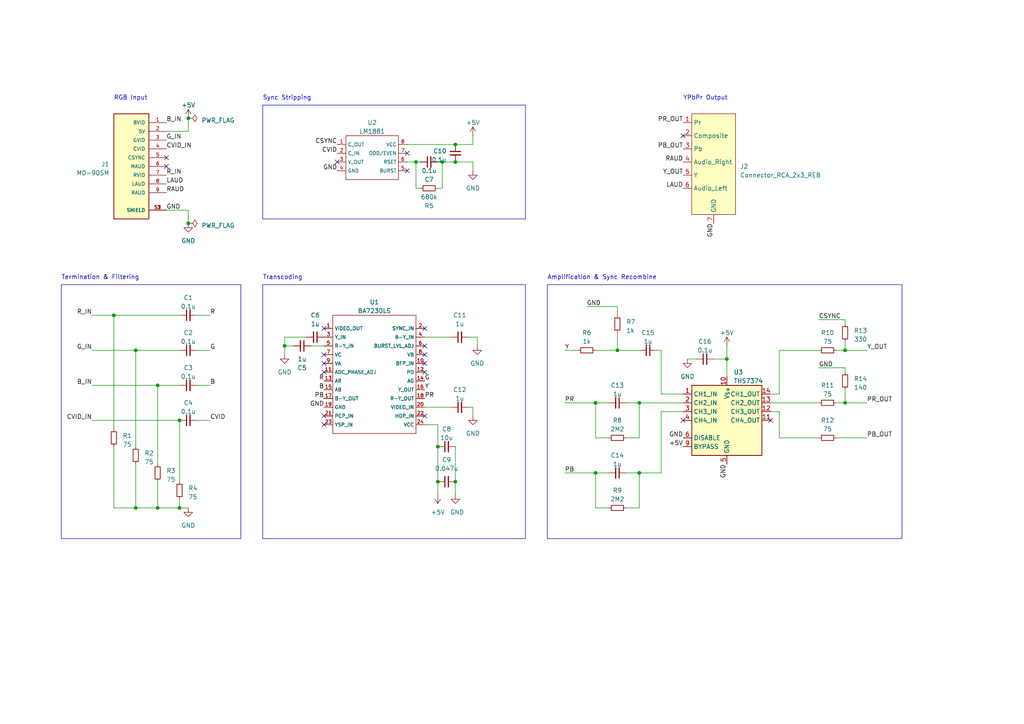
<source format=kicad_sch>
(kicad_sch (version 20230121) (generator eeschema)
  (paper "A4")
  (title_block (title "Dekkit RGB YUV Transcoder") (date "2023-04-05") (company "@partlyhuman"))
  (lib_symbols
    (symbol "Amplifier_Video:THS7374"
      (property "Reference" "U" (at -8.89 11.43 0))
      (property "Value" "THS7374" (at 5.08 11.43 0))
      (symbol "THS7374_0_1"
        (rectangle (start -10.16 10.16) (end 10.16 -10.16) (stroke (width 0.254)) (fill (type background)))
      )
      (symbol "THS7374_1_1"
        (pin input line (at -12.7 7.62 0) (length 2.54) (name "CH1_IN") (number "1"))
        (pin power_in line (at 0 12.7 270) (length 2.54) (name "V_{S+}") (number "10"))
        (pin output line (at 12.7 0 180) (length 2.54) (name "CH4_OUT") (number "11"))
        (pin output line (at 12.7 2.54 180) (length 2.54) (name "CH3_OUT") (number "12"))
        (pin output line (at 12.7 5.08 180) (length 2.54) (name "CH2_OUT") (number "13"))
        (pin output line (at 12.7 7.62 180) (length 2.54) (name "CH1_OUT") (number "14"))
        (pin input line (at -12.7 5.08 0) (length 2.54) (name "CH2_IN") (number "2"))
        (pin input line (at -12.7 2.54 0) (length 2.54) (name "CH3_IN") (number "3"))
        (pin input line (at -12.7 0 0) (length 2.54) (name "CH4_IN") (number "4"))
        (pin power_in line (at 0 -12.7 90) (length 2.54) (name "GND") (number "5"))
        (pin input line (at -12.7 -5.08 0) (length 2.54) (name "DISABLE") (number "6"))
        (pin no_connect line (at 10.16 -5.08 180) (length 2.54) hide (name "NC") (number "7"))
        (pin no_connect line (at 10.16 -7.62 180) (length 2.54) hide (name "NC") (number "8"))
        (pin input line (at -12.7 -7.62 0) (length 2.54) (name "BYPASS") (number "9"))
      )
    )
    (symbol "Device:C_Small" (pin_numbers hide) (pin_names (offset 0.254) hide)
      (property "Reference" "C" (at 0.254 1.778 0))
      (property "Value" "C_Small" (at 0.254 -2.032 0))
      (symbol "C_Small_0_1"
        (polyline (pts (xy -1.524 -0.508) (xy 1.524 -0.508)) (stroke (width 0.3302)))
        (polyline (pts (xy -1.524 0.508) (xy 1.524 0.508)) (stroke (width 0.3048)))
      )
      (symbol "C_Small_1_1"
        (pin passive line (at 0 2.54 270) (length 2.032) (name "~") (number "1"))
        (pin passive line (at 0 -2.54 90) (length 2.032) (name "~") (number "2"))
      )
    )
    (symbol "Device:R_Small" (pin_numbers hide) (pin_names (offset 0.254) hide)
      (property "Reference" "R" (at 0.762 0.508 0))
      (property "Value" "R_Small" (at 0.762 -1.016 0))
      (symbol "R_Small_0_1"
        (rectangle (start -0.762 1.778) (end 0.762 -1.778) (stroke (width 0.2032)))
      )
      (symbol "R_Small_1_1"
        (pin passive line (at 0 2.54 270) (length 0.762) (name "~") (number "1"))
        (pin passive line (at 0 -2.54 90) (length 0.762) (name "~") (number "2"))
      )
    )
    (symbol "REB_Transcoder:BA7230LS"
      (property "Reference" "U" (at 15.24 3.81 0))
      (property "Value" "BA7230LS" (at 15.24 1.27 0))
      (symbol "BA7230LS_0_0"
        (pin passive line (at 0 -3.81 0) (length 2.54) (name "VIDEO_OUT") (number "1"))
        (pin passive line (at 29.21 -13.97 180) (length 2.54) (name "BFP_IN") (number "10"))
        (pin passive line (at 0 -16.51 0) (length 2.54) (name "ADC_PHASE_ADJ") (number "11"))
        (pin passive line (at 29.21 -16.51 180) (length 2.54) (name "PD") (number "12"))
        (pin passive line (at 0 -19.05 0) (length 2.54) (name "AR") (number "13"))
        (pin passive line (at 29.21 -19.05 180) (length 2.54) (name "AG") (number "14"))
        (pin passive line (at 0 -21.59 0) (length 2.54) (name "AB") (number "15"))
        (pin passive line (at 29.21 -21.59 180) (length 2.54) (name "Y_OUT") (number "16"))
        (pin passive line (at 0 -24.13 0) (length 2.54) (name "B-Y_OUT") (number "17"))
        (pin passive line (at 29.21 -24.13 180) (length 2.54) (name "R-Y_OUT") (number "18"))
        (pin passive line (at 0 -26.67 0) (length 2.54) (name "GND") (number "19"))
        (pin passive line (at 29.21 -3.81 180) (length 2.54) (name "SYNC_IN") (number "2"))
        (pin passive line (at 29.21 -26.67 180) (length 2.54) (name "VIDEO_IN") (number "20"))
        (pin passive line (at 0 -29.21 0) (length 2.54) (name "PCP_IN") (number "21"))
        (pin passive line (at 29.21 -29.21 180) (length 2.54) (name "HDP_IN") (number "22"))
        (pin passive line (at 0 -31.75 0) (length 2.54) (name "YSP_IN") (number "23"))
        (pin passive line (at 29.21 -31.75 180) (length 2.54) (name "VCC") (number "24"))
        (pin passive line (at 0 -6.35 0) (length 2.54) (name "Y_IN") (number "3"))
        (pin passive line (at 29.21 -6.35 180) (length 2.54) (name "B-Y_IN") (number "4"))
        (pin passive line (at 0 -8.89 0) (length 2.54) (name "R-Y_IN") (number "5"))
        (pin passive line (at 29.21 -8.89 180) (length 2.54) (name "BURST_LVL_ADJ") (number "6"))
        (pin passive line (at 0 -11.43 0) (length 2.54) (name "VC") (number "7"))
        (pin passive line (at 29.21 -11.43 180) (length 2.54) (name "VB") (number "8"))
        (pin passive line (at 0 -13.97 0) (length 2.54) (name "VA") (number "9"))
      )
      (symbol "BA7230LS_0_1"
        (rectangle (start 2.54 0) (end 26.67 -34.29))
      )
    )
    (symbol "REB_Transcoder:Connector_RCA_2x3_REB"
      (property "Reference" "J" (at 13.97 3.81 0))
      (property "Value" "Connector_RCA_2x3_REB" (at 13.97 1.27 0))
      (symbol "Connector_RCA_2x3_REB_0_1"
        (rectangle (start 7.62 0) (end 20.32 -29.21) (fill (type background)))
        (rectangle (start 13.97 -31.75) (end 13.97 -31.75))
        (rectangle (start 13.97 -31.75) (end 13.97 -31.75))
        (rectangle (start 13.97 -31.75) (end 13.97 -31.75))
        (rectangle (start 13.97 -31.75) (end 13.97 -31.75))
        (rectangle (start 13.97 -31.75) (end 13.97 -31.75))
        (rectangle (start 13.97 -31.75) (end 13.97 -31.75))
        (rectangle (start 13.97 -31.75) (end 13.97 -31.75))
        (rectangle (start 13.97 -31.75) (end 13.97 -31.75))
        (rectangle (start 13.97 -31.75) (end 13.97 -31.75))
        (rectangle (start 13.97 -31.75) (end 13.97 -31.75))
        (rectangle (start 13.97 -31.75) (end 13.97 -31.75))
      )
      (symbol "Connector_RCA_2x3_REB_1_1"
        (pin bidirectional line (at 5.08 -2.54 0) (length 2.54) (name "Pr") (number "1"))
        (pin bidirectional line (at 5.08 -6.35 0) (length 2.54) (name "Composite") (number "2"))
        (pin bidirectional line (at 5.08 -10.16 0) (length 2.54) (name "Pb") (number "3"))
        (pin bidirectional line (at 5.08 -13.97 0) (length 2.54) (name "Audio_Right") (number "4"))
        (pin bidirectional line (at 5.08 -17.78 0) (length 2.54) (name "Y") (number "5"))
        (pin bidirectional line (at 5.08 -21.59 0) (length 2.54) (name "Audio_Left") (number "6"))
        (pin bidirectional line (at 13.97 -31.75 90) (length 2.54) (name "GND") (number "7"))
        (pin passive line (at 13.97 -31.75 90) (length 2.54) hide (name "GND") (number "8"))
        (pin passive line (at 13.97 -31.75 90) (length 2.54) hide (name "GND") (number "9"))
      )
    )
    (symbol "REB_Transcoder:LM1881"
      (property "Reference" "U" (at 10.16 3.81 0))
      (property "Value" "LM1881" (at 10.16 1.27 0))
      (symbol "LM1881_0_0"
        (pin passive line (at 0 -2.54 0) (length 2.54) (name "C_OUT") (number "1"))
        (pin passive line (at 0 -5.08 0) (length 2.54) (name "C_IN") (number "2"))
        (pin passive line (at 0 -7.62 0) (length 2.54) (name "V_OUT") (number "3"))
        (pin passive line (at 0 -10.16 0) (length 2.54) (name "GND") (number "4"))
        (pin passive line (at 20.32 -10.16 180) (length 2.54) (name "BURST") (number "5"))
        (pin passive line (at 20.32 -7.62 180) (length 2.54) (name "RSET") (number "6"))
        (pin passive line (at 20.32 -5.08 180) (length 2.54) (name "ODD/EVEN") (number "7"))
        (pin passive line (at 20.32 -2.54 180) (length 2.54) (name "VCC") (number "8"))
      )
      (symbol "LM1881_0_1"
        (rectangle (start 2.54 0) (end 17.78 -12.7))
      )
    )
    (symbol "REB_Transcoder:MD-90SM" (pin_names (offset 1.016))
      (property "Reference" "J" (at 0 16.51 0))
      (property "Value" "MD-90SM" (at 0 -17.78 0))
      (symbol "MD-90SM_0_0"
        (rectangle (start -5.08 15.24) (end 5.08 -15.24) (stroke (width 0.254)) (fill (type background)))
        (pin passive line (at -10.16 12.7 0) (length 5.08) (name "BVID") (number "1"))
        (pin passive line (at -10.16 10.16 0) (length 5.08) (name "5V") (number "2"))
        (pin passive line (at -10.16 7.62 0) (length 5.08) (name "GVID") (number "3"))
        (pin passive line (at -10.16 5.08 0) (length 5.08) (name "CVID") (number "4"))
        (pin passive line (at -10.16 2.54 0) (length 5.08) (name "CSYNC") (number "5"))
        (pin passive line (at -10.16 0 0) (length 5.08) (name "MAUD") (number "6"))
        (pin passive line (at -10.16 -2.54 0) (length 5.08) (name "RVID") (number "7"))
        (pin passive line (at -10.16 -5.08 0) (length 5.08) (name "LAUD") (number "8"))
        (pin passive line (at -10.16 -7.62 0) (length 5.08) (name "RAUD") (number "9"))
        (pin passive line (at -10.16 -12.7 0) (length 5.08) (name "SHIELD") (number "S1"))
        (pin passive line (at -10.16 -12.7 0) (length 5.08) (name "SHIELD") (number "S2"))
        (pin passive line (at -10.16 -12.7 0) (length 5.08) (name "SHIELD") (number "S3"))
      )
    )
    (symbol "power:+5V" (power) (pin_names (offset 0))
      (property "Value" "+5V" (at 0 3.556 0))
      (symbol "+5V_0_1"
        (polyline (pts (xy -0.762 1.27) (xy 0 2.54)))
        (polyline (pts (xy 0 0) (xy 0 2.54)))
        (polyline (pts (xy 0 2.54) (xy 0.762 1.27)))
      )
      (symbol "+5V_1_1"
        (pin power_in line (at 0 0 90) (length 0) hide (name "+5V") (number "1"))
      )
    )
    (symbol "power:GND" (power) (pin_names (offset 0))
      (property "Value" "GND" (at 0 -3.81 0))
      (symbol "GND_0_1"
        (polyline (pts (xy 0 0) (xy 0 -1.27) (xy 1.27 -1.27) (xy 0 -2.54) (xy -1.27 -1.27) (xy 0 -1.27)))
      )
      (symbol "GND_1_1"
        (pin power_in line (at 0 0 270) (length 0) hide (name "GND") (number "1"))
      )
    )
    (symbol "power:PWR_FLAG" (power) (pin_numbers hide) (pin_names (offset 0) hide)
      (property "Value" "PWR_FLAG" (at 0 3.81 0))
      (symbol "PWR_FLAG_0_0"
        (pin power_out line (at 0 0 90) (length 0) (name "pwr") (number "1"))
      )
      (symbol "PWR_FLAG_0_1"
        (polyline (pts (xy 0 0) (xy 0 1.27) (xy -1.016 1.905) (xy 0 2.54) (xy 1.016 1.905) (xy 0 1.27)))
      )
    )
  )
  (junction (at 39.37 147.32))
  (junction (at 45.72 147.32))
  (junction (at 54.61 34.29))
  (junction (at 172.72 137.16))
  (junction (at 245.11 101.6))
  (junction (at 132.08 41.91))
  (junction (at 185.42 116.84))
  (junction (at 52.07 121.92))
  (junction (at 33.02 91.44))
  (junction (at 179.07 101.6))
  (junction (at 52.07 147.32))
  (junction (at 185.42 137.16))
  (junction (at 172.72 116.84))
  (junction (at 54.61 64.77))
  (junction (at 127 139.7))
  (junction (at 132.08 46.99))
  (junction (at 210.82 104.14))
  (junction (at 127 129.54))
  (junction (at 120.65 46.99))
  (junction (at 39.37 101.6))
  (junction (at 45.72 111.76))
  (junction (at 82.55 100.33))
  (junction (at 132.08 139.7))
  (junction (at 128.27 46.99))
  (junction (at 245.11 116.84))
  (no_connect (at 123.19 102.87))
  (no_connect (at 198.12 121.92))
  (no_connect (at 198.12 39.37))
  (no_connect (at 48.26 48.26))
  (no_connect (at 123.19 120.65))
  (no_connect (at 93.98 102.87))
  (no_connect (at 48.26 45.72))
  (no_connect (at 123.19 95.25))
  (no_connect (at 93.98 95.25))
  (no_connect (at 93.98 107.95))
  (no_connect (at 223.52 121.92))
  (no_connect (at 118.11 49.53))
  (no_connect (at 123.19 100.33))
  (no_connect (at 93.98 123.19))
  (no_connect (at 123.19 107.95))
  (no_connect (at 97.79 46.99))
  (no_connect (at 93.98 105.41))
  (no_connect (at 123.19 105.41))
  (no_connect (at 93.98 120.65))
  (no_connect (at 118.11 44.45))
  (wire (pts (xy 26.67 91.44) (xy 33.02 91.44)))
  (wire (pts (xy 137.16 118.11) (xy 135.89 118.11)))
  (wire (pts (xy 120.65 46.99) (xy 120.65 54.61)))
  (wire (pts (xy 179.07 96.52) (xy 179.07 101.6)))
  (wire (pts (xy 226.06 101.6) (xy 237.49 101.6)))
  (wire (pts (xy 245.11 92.71) (xy 245.11 93.98)))
  (wire (pts (xy 191.77 114.3) (xy 191.77 101.6)))
  (wire (pts (xy 127 46.99) (xy 128.27 46.99)))
  (wire (pts (xy 181.61 116.84) (xy 185.42 116.84)))
  (wire (pts (xy 226.06 114.3) (xy 226.06 101.6)))
  (wire (pts (xy 172.72 116.84) (xy 176.53 116.84)))
  (wire (pts (xy 52.07 121.92) (xy 52.07 139.7)))
  (wire (pts (xy 52.07 147.32) (xy 45.72 147.32)))
  (wire (pts (xy 242.57 127) (xy 251.46 127)))
  (wire (pts (xy 54.61 60.96) (xy 48.26 60.96)))
  (wire (pts (xy 54.61 60.96) (xy 54.61 64.77)))
  (wire (pts (xy 33.02 91.44) (xy 52.07 91.44)))
  (wire (pts (xy 132.08 46.99) (xy 137.16 46.99)))
  (wire (pts (xy 123.19 123.19) (xy 127 123.19)))
  (wire (pts (xy 45.72 147.32) (xy 39.37 147.32)))
  (wire (pts (xy 54.61 34.29) (xy 54.61 38.1)))
  (wire (pts (xy 181.61 137.16) (xy 185.42 137.16)))
  (wire (pts (xy 223.52 116.84) (xy 237.49 116.84)))
  (wire (pts (xy 210.82 104.14) (xy 210.82 109.22)))
  (wire (pts (xy 128.27 46.99) (xy 132.08 46.99)))
  (wire (pts (xy 85.09 100.33) (xy 82.55 100.33)))
  (wire (pts (xy 207.01 104.14) (xy 210.82 104.14)))
  (wire (pts (xy 39.37 134.62) (xy 39.37 147.32)))
  (wire (pts (xy 137.16 46.99) (xy 137.16 49.53)))
  (wire (pts (xy 26.67 111.76) (xy 45.72 111.76)))
  (wire (pts (xy 245.11 113.03) (xy 245.11 116.84)))
  (wire (pts (xy 82.55 100.33) (xy 82.55 97.79)))
  (wire (pts (xy 57.15 111.76) (xy 60.96 111.76)))
  (wire (pts (xy 54.61 38.1) (xy 48.26 38.1)))
  (wire (pts (xy 26.67 101.6) (xy 39.37 101.6)))
  (wire (pts (xy 181.61 127) (xy 185.42 127)))
  (wire (pts (xy 39.37 147.32) (xy 33.02 147.32)))
  (wire (pts (xy 128.27 54.61) (xy 128.27 46.99)))
  (wire (pts (xy 163.83 116.84) (xy 172.72 116.84)))
  (wire (pts (xy 138.43 97.79) (xy 138.43 100.33)))
  (wire (pts (xy 26.67 121.92) (xy 52.07 121.92)))
  (wire (pts (xy 33.02 129.54) (xy 33.02 147.32)))
  (wire (pts (xy 45.72 111.76) (xy 45.72 134.62)))
  (wire (pts (xy 163.83 137.16) (xy 172.72 137.16)))
  (wire (pts (xy 57.15 91.44) (xy 60.96 91.44)))
  (wire (pts (xy 135.89 97.79) (xy 138.43 97.79)))
  (wire (pts (xy 132.08 41.91) (xy 118.11 41.91)))
  (wire (pts (xy 172.72 137.16) (xy 176.53 137.16)))
  (wire (pts (xy 185.42 116.84) (xy 198.12 116.84)))
  (wire (pts (xy 179.07 101.6) (xy 185.42 101.6)))
  (wire (pts (xy 245.11 116.84) (xy 251.46 116.84)))
  (wire (pts (xy 137.16 39.37) (xy 137.16 41.91)))
  (wire (pts (xy 191.77 119.38) (xy 198.12 119.38)))
  (wire (pts (xy 90.17 100.33) (xy 93.98 100.33)))
  (wire (pts (xy 120.65 46.99) (xy 121.92 46.99)))
  (wire (pts (xy 45.72 139.7) (xy 45.72 147.32)))
  (wire (pts (xy 132.08 129.54) (xy 132.08 139.7)))
  (wire (pts (xy 245.11 101.6) (xy 251.46 101.6)))
  (wire (pts (xy 172.72 101.6) (xy 179.07 101.6)))
  (wire (pts (xy 199.39 104.14) (xy 201.93 104.14)))
  (wire (pts (xy 82.55 102.87) (xy 82.55 100.33)))
  (wire (pts (xy 52.07 144.78) (xy 52.07 147.32)))
  (wire (pts (xy 137.16 118.11) (xy 137.16 120.65)))
  (wire (pts (xy 88.9 97.79) (xy 82.55 97.79)))
  (wire (pts (xy 226.06 127) (xy 237.49 127)))
  (wire (pts (xy 57.15 121.92) (xy 60.96 121.92)))
  (wire (pts (xy 127 123.19) (xy 127 129.54)))
  (wire (pts (xy 172.72 137.16) (xy 172.72 147.32)))
  (wire (pts (xy 127 139.7) (xy 127 143.51)))
  (wire (pts (xy 185.42 147.32) (xy 185.42 137.16)))
  (wire (pts (xy 54.61 147.32) (xy 52.07 147.32)))
  (wire (pts (xy 57.15 101.6) (xy 60.96 101.6)))
  (wire (pts (xy 172.72 147.32) (xy 176.53 147.32)))
  (wire (pts (xy 45.72 111.76) (xy 52.07 111.76)))
  (wire (pts (xy 33.02 91.44) (xy 33.02 124.46)))
  (wire (pts (xy 172.72 127) (xy 176.53 127)))
  (wire (pts (xy 127 129.54) (xy 127 139.7)))
  (wire (pts (xy 226.06 119.38) (xy 226.06 127)))
  (wire (pts (xy 181.61 147.32) (xy 185.42 147.32)))
  (wire (pts (xy 245.11 99.06) (xy 245.11 101.6)))
  (wire (pts (xy 245.11 106.68) (xy 245.11 107.95)))
  (wire (pts (xy 198.12 114.3) (xy 191.77 114.3)))
  (wire (pts (xy 185.42 137.16) (xy 191.77 137.16)))
  (wire (pts (xy 39.37 101.6) (xy 39.37 129.54)))
  (wire (pts (xy 242.57 116.84) (xy 245.11 116.84)))
  (wire (pts (xy 172.72 116.84) (xy 172.72 127)))
  (wire (pts (xy 185.42 127) (xy 185.42 116.84)))
  (wire (pts (xy 120.65 54.61) (xy 121.92 54.61)))
  (wire (pts (xy 191.77 119.38) (xy 191.77 137.16)))
  (wire (pts (xy 226.06 114.3) (xy 223.52 114.3)))
  (wire (pts (xy 210.82 100.33) (xy 210.82 104.14)))
  (wire (pts (xy 127 54.61) (xy 128.27 54.61)))
  (wire (pts (xy 123.19 97.79) (xy 130.81 97.79)))
  (wire (pts (xy 242.57 101.6) (xy 245.11 101.6)))
  (wire (pts (xy 170.18 88.9) (xy 179.07 88.9)))
  (wire (pts (xy 190.5 101.6) (xy 191.77 101.6)))
  (wire (pts (xy 237.49 106.68) (xy 245.11 106.68)))
  (wire (pts (xy 237.49 92.71) (xy 245.11 92.71)))
  (wire (pts (xy 39.37 101.6) (xy 52.07 101.6)))
  (wire (pts (xy 163.83 101.6) (xy 167.64 101.6)))
  (wire (pts (xy 223.52 119.38) (xy 226.06 119.38)))
  (wire (pts (xy 179.07 88.9) (xy 179.07 91.44)))
  (wire (pts (xy 118.11 46.99) (xy 120.65 46.99)))
  (wire (pts (xy 123.19 118.11) (xy 130.81 118.11)))
  (wire (pts (xy 137.16 41.91) (xy 132.08 41.91)))
  (wire (pts (xy 132.08 139.7) (xy 132.08 143.51)))
  (rectangle (start 76.2 30.48) (end 152.4 63.5))
  (rectangle (start 76.2 82.55) (end 152.4 156.21))
  (rectangle (start 158.75 82.55) (end 261.62 156.21))
  (rectangle (start 17.78 82.55) (end 69.85 156.21))
  (text "RGB Input" (at 33.02 29.21 0) (effects (font (size 1.27 1.27)) (justify left bottom)))
  (text "Transcoding" (at 76.2 81.28 0) (effects (font (size 1.27 1.27)) (justify left bottom)))
  (text "Sync Stripping" (at 76.2 29.21 0) (effects (font (size 1.27 1.27)) (justify left bottom)))
  (text "YPbPr Output" (at 198.12 29.21 0) (effects (font (size 1.27 1.27)) (justify left bottom)))
  (text "Termination & Filtering" (at 17.78 81.28 0) (effects (font (size 1.27 1.27)) (justify left bottom)))
  (text "Amplification & Sync Recombine" (at 158.75 81.28 0) (effects (font (size 1.27 1.27)) (justify left bottom)))
  (label "LAUD" (at 48.26 53.34 0))
  (label "G_IN" (at 26.67 101.6 180))
  (label "PB_OUT" (at 198.12 43.18 180))
  (label "+5V" (at 198.12 129.54 180))
  (label "GND" (at 93.98 118.11 180))
  (label "B" (at 93.98 113.03 180))
  (label "GND" (at 237.49 106.68 0))
  (label "GND" (at 48.26 60.96 0))
  (label "CVID_IN" (at 26.67 121.92 180))
  (label "PR" (at 123.19 115.57 0))
  (label "CSYNC" (at 237.49 92.71 0))
  (label "CVID_IN" (at 48.26 43.18 0))
  (label "RAUD" (at 198.12 46.99 180))
  (label "PB" (at 93.98 115.57 180))
  (label "RAUD" (at 48.26 55.88 0))
  (label "PB" (at 163.83 137.16 0))
  (label "CSYNC" (at 97.79 41.91 180))
  (label "PB_OUT" (at 251.46 127 0))
  (label "PR_OUT" (at 198.12 35.56 180))
  (label "B_IN" (at 48.26 35.56 0))
  (label "CVID" (at 60.96 121.92 0))
  (label "R_IN" (at 26.67 91.44 180))
  (label "G" (at 123.19 110.49 0))
  (label "CVID" (at 97.79 44.45 180))
  (label "GND" (at 207.01 64.77 270))
  (label "Y_OUT" (at 198.12 50.8 180))
  (label "R" (at 93.98 110.49 180))
  (label "PR_OUT" (at 251.46 116.84 0))
  (label "G" (at 60.96 101.6 0))
  (label "Y" (at 163.83 101.6 0))
  (label "LAUD" (at 198.12 54.61 180))
  (label "B_IN" (at 26.67 111.76 180))
  (label "B" (at 60.96 111.76 0))
  (label "GND" (at 170.18 88.9 0))
  (label "Y" (at 123.19 113.03 0))
  (label "GND" (at 97.79 49.53 180))
  (label "R" (at 60.96 91.44 0))
  (label "Y_OUT" (at 251.46 101.6 0))
  (label "PR" (at 163.83 116.84 0))
  (label "GND" (at 210.82 134.62 270))
  (label "R_IN" (at 48.26 50.8 0))
  (label "GND" (at 198.12 127 180))
  (label "G_IN" (at 48.26 40.64 0))
  (symbol (lib_id "power:GND") (at 138.43 100.33 0) (mirror y) (unit 1)
    (property "Reference" "#PWR010" (effects hide))
    (property "Value" "GND" (at 138.43 105.41 0))
  )
  (symbol (lib_id "Device:R_Small") (at 52.07 142.24 0) (unit 1)
    (property "Reference" "R4" (at 54.61 141.605 0) (effects (justify left)))
    (property "Value" "75" (at 54.61 144.145 0) (effects (justify left)))
    (property "Footprint" "Resistor_SMD:R_0805_2012Metric_Pad1.20x1.40mm_HandSolder" (effects hide))
  )
  (symbol (lib_id "REB_Transcoder:MD-90SM") (at 38.1 48.26 0) (mirror y) (unit 1)
    (property "Reference" "J1" (at 31.75 47.625 0) (effects (justify left)))
    (property "Value" "MD-90SM" (at 31.75 50.165 0) (effects (justify left)))
    (property "Footprint" "REB_Transcoder:CUI_MD-90SM" (effects hide))
    (property "STANDARD" "Manufacturer Recommendations" (effects hide))
    (property "PARTREV" "02/18/2022" (effects hide))
    (property "MANUFACTURER" "CUI" (effects hide))
    (property "MAXIMUM_PACKAGE_HEIGHT" "13.6 mm" (effects hide))
  )
  (symbol (lib_id "power:PWR_FLAG") (at 54.61 64.77 270) (unit 1)
    (property "Reference" "#FLG02" (effects hide))
    (property "Value" "PWR_FLAG" (at 58.42 65.405 90) (effects (justify left)))
  )
  (symbol (lib_id "Device:R_Small") (at 240.03 101.6 90) (unit 1)
    (property "Reference" "R10" (at 240.03 96.52 90))
    (property "Value" "75" (at 240.03 99.06 90))
    (property "Footprint" "Resistor_SMD:R_0805_2012Metric_Pad1.20x1.40mm_HandSolder" (effects hide))
  )
  (symbol (lib_id "Device:C_Small") (at 129.54 129.54 90) (unit 1)
    (property "Reference" "C8" (at 129.5463 124.46 90))
    (property "Value" "10u" (at 129.5463 127 90))
    (property "Footprint" "Capacitor_SMD:C_0805_2012Metric_Pad1.18x1.45mm_HandSolder" (effects hide))
  )
  (symbol (lib_id "Device:R_Small") (at 240.03 127 90) (unit 1)
    (property "Reference" "R12" (at 240.03 121.92 90))
    (property "Value" "75" (at 240.03 124.46 90))
    (property "Footprint" "Resistor_SMD:R_0805_2012Metric_Pad1.20x1.40mm_HandSolder" (effects hide))
  )
  (symbol (lib_id "Device:C_Small") (at 54.61 101.6 90) (unit 1)
    (property "Reference" "C2" (at 54.6163 96.52 90))
    (property "Value" "0.1u" (at 54.6163 99.06 90))
    (property "Footprint" "Capacitor_SMD:C_0805_2012Metric_Pad1.18x1.45mm_HandSolder" (effects hide))
  )
  (symbol (lib_id "Device:C_Small") (at 179.07 137.16 270) (unit 1)
    (property "Reference" "C14" (at 179.0636 132.08 90))
    (property "Value" "1u" (at 179.0636 134.62 90))
    (property "Footprint" "Capacitor_SMD:C_0805_2012Metric_Pad1.18x1.45mm_HandSolder" (effects hide))
  )
  (symbol (lib_id "power:GND") (at 82.55 102.87 0) (unit 1)
    (property "Reference" "#PWR04" (effects hide))
    (property "Value" "GND" (at 82.55 107.95 0))
  )
  (symbol (lib_id "REB_Transcoder:BA7230LS") (at 93.98 91.44 0) (unit 1)
    (property "Reference" "U1" (at 108.585 87.63 0))
    (property "Value" "BA7230LS" (at 108.585 90.17 0))
    (property "Footprint" "REB_Transcoder:BA7230LS" (effects hide))
  )
  (symbol (lib_id "Device:C_Small") (at 132.08 44.45 0) (mirror y) (unit 1)
    (property "Reference" "C10" (at 129.54 43.8213 0) (effects (justify left)))
    (property "Value" "0.1u" (at 129.54 46.3613 0) (effects (justify left)))
    (property "Footprint" "Capacitor_SMD:C_0805_2012Metric_Pad1.18x1.45mm_HandSolder" (effects hide))
  )
  (symbol (lib_id "power:+5V") (at 210.82 100.33 0) (unit 1)
    (property "Reference" "#PWR012" (effects hide))
    (property "Value" "+5V" (at 210.82 96.52 0))
  )
  (symbol (lib_id "Device:C_Small") (at 129.54 139.7 90) (unit 1)
    (property "Reference" "C9" (at 129.54 133.35 90))
    (property "Value" "0.047u" (at 129.54 135.89 90))
    (property "Footprint" "Capacitor_SMD:C_0805_2012Metric_Pad1.18x1.45mm_HandSolder" (effects hide))
  )
  (symbol (lib_id "power:+5V") (at 127 143.51 180) (unit 1)
    (property "Reference" "#PWR05" (effects hide))
    (property "Value" "+5V" (at 127 148.59 0))
  )
  (symbol (lib_id "Device:R_Small") (at 170.18 101.6 90) (unit 1)
    (property "Reference" "R6" (at 170.18 96.52 90))
    (property "Value" "1k" (at 170.18 99.06 90))
    (property "Footprint" "Resistor_SMD:R_0805_2012Metric_Pad1.20x1.40mm_HandSolder" (effects hide))
  )
  (symbol (lib_id "power:GND") (at 137.16 120.65 0) (unit 1)
    (property "Reference" "#PWR09" (effects hide))
    (property "Value" "GND" (at 137.16 125.73 0))
  )
  (symbol (lib_id "Device:C_Small") (at 187.96 101.6 270) (unit 1)
    (property "Reference" "C15" (at 187.9536 96.52 90))
    (property "Value" "1u" (at 187.9536 99.06 90))
    (property "Footprint" "Capacitor_SMD:C_0805_2012Metric_Pad1.18x1.45mm_HandSolder" (effects hide))
  )
  (symbol (lib_id "Device:C_Small") (at 133.35 97.79 90) (unit 1)
    (property "Reference" "C11" (at 133.35 91.44 90))
    (property "Value" "1u" (at 133.35 93.98 90))
    (property "Footprint" "Capacitor_SMD:C_0805_2012Metric_Pad1.18x1.45mm_HandSolder" (effects hide))
  )
  (symbol (lib_id "power:GND") (at 54.61 64.77 0) (unit 1)
    (property "Reference" "#PWR02" (effects hide))
    (property "Value" "GND" (at 54.61 69.85 0))
  )
  (symbol (lib_id "Device:R_Small") (at 245.11 110.49 180) (unit 1)
    (property "Reference" "R14" (at 247.65 109.855 0) (effects (justify right)))
    (property "Value" "140" (at 247.65 112.395 0) (effects (justify right)))
    (property "Footprint" "Resistor_SMD:R_0805_2012Metric_Pad1.20x1.40mm_HandSolder" (effects hide))
  )
  (symbol (lib_id "Device:C_Small") (at 179.07 116.84 270) (unit 1)
    (property "Reference" "C13" (at 179.0636 111.76 90))
    (property "Value" "1u" (at 179.0636 114.3 90))
    (property "Footprint" "Capacitor_SMD:C_0805_2012Metric_Pad1.18x1.45mm_HandSolder" (effects hide))
  )
  (symbol (lib_id "Device:R_Small") (at 179.07 93.98 180) (unit 1)
    (property "Reference" "R7" (at 181.61 93.345 0) (effects (justify right)))
    (property "Value" "1k" (at 181.61 95.885 0) (effects (justify right)))
    (property "Footprint" "Resistor_SMD:R_0805_2012Metric_Pad1.20x1.40mm_HandSolder" (effects hide))
  )
  (symbol (lib_id "Device:C_Small") (at 54.61 121.92 90) (unit 1)
    (property "Reference" "C4" (at 54.6163 116.84 90))
    (property "Value" "0.1u" (at 54.6163 119.38 90))
    (property "Footprint" "Capacitor_SMD:C_0805_2012Metric_Pad1.18x1.45mm_HandSolder" (effects hide))
  )
  (symbol (lib_id "Device:C_Small") (at 133.35 118.11 90) (unit 1)
    (property "Reference" "C12" (at 133.3563 113.03 90))
    (property "Value" "1u" (at 133.3563 115.57 90))
    (property "Footprint" "Capacitor_SMD:C_0805_2012Metric_Pad1.18x1.45mm_HandSolder" (effects hide))
  )
  (symbol (lib_id "Device:C_Small") (at 204.47 104.14 90) (unit 1)
    (property "Reference" "C16" (at 204.4763 99.06 90))
    (property "Value" "0.1u" (at 204.4763 101.6 90))
    (property "Footprint" "Capacitor_SMD:C_0805_2012Metric_Pad1.18x1.45mm_HandSolder" (effects hide))
  )
  (symbol (lib_id "Device:R_Small") (at 179.07 147.32 90) (unit 1)
    (property "Reference" "R9" (at 179.07 142.24 90))
    (property "Value" "2M2" (at 179.07 144.78 90))
    (property "Footprint" "Resistor_SMD:R_0805_2012Metric_Pad1.20x1.40mm_HandSolder" (effects hide))
  )
  (symbol (lib_id "power:GND") (at 199.39 104.14 0) (unit 1)
    (property "Reference" "#PWR011" (effects hide))
    (property "Value" "GND" (at 199.39 109.22 0))
  )
  (symbol (lib_id "power:GND") (at 137.16 49.53 0) (unit 1)
    (property "Reference" "#PWR08" (effects hide))
    (property "Value" "GND" (at 137.16 54.61 0))
  )
  (symbol (lib_id "Device:C_Small") (at 87.63 100.33 270) (unit 1)
    (property "Reference" "C5" (at 87.63 106.68 90))
    (property "Value" "1u" (at 87.63 104.14 90))
    (property "Footprint" "Capacitor_SMD:C_0805_2012Metric_Pad1.18x1.45mm_HandSolder" (effects hide))
  )
  (symbol (lib_id "Device:R_Small") (at 179.07 127 90) (unit 1)
    (property "Reference" "R8" (at 179.07 121.92 90))
    (property "Value" "2M2" (at 179.07 124.46 90))
    (property "Footprint" "Resistor_SMD:R_0805_2012Metric_Pad1.20x1.40mm_HandSolder" (effects hide))
  )
  (symbol (lib_id "power:GND") (at 132.08 143.51 0) (unit 1)
    (property "Reference" "#PWR06" (effects hide))
    (property "Value" "GND" (at 134.62 148.59 0) (effects (justify right)))
  )
  (symbol (lib_id "Device:R_Small") (at 124.46 54.61 90) (mirror x) (unit 1)
    (property "Reference" "R5" (at 124.46 59.69 90))
    (property "Value" "680k" (at 124.46 57.15 90))
    (property "Footprint" "Resistor_SMD:R_0805_2012Metric_Pad1.20x1.40mm_HandSolder" (effects hide))
  )
  (symbol (lib_id "power:GND") (at 54.61 147.32 0) (unit 1)
    (property "Reference" "#PWR03" (effects hide))
    (property "Value" "GND" (at 54.61 152.4 0))
  )
  (symbol (lib_id "Device:C_Small") (at 91.44 97.79 270) (mirror x) (unit 1)
    (property "Reference" "C6" (at 91.44 91.44 90))
    (property "Value" "1u" (at 91.44 93.98 90))
    (property "Footprint" "Capacitor_SMD:C_0805_2012Metric_Pad1.18x1.45mm_HandSolder" (effects hide))
  )
  (symbol (lib_id "Device:R_Small") (at 39.37 132.08 0) (unit 1)
    (property "Reference" "R2" (at 41.91 131.445 0) (effects (justify left)))
    (property "Value" "75" (at 41.91 133.985 0) (effects (justify left)))
    (property "Footprint" "Resistor_SMD:R_0805_2012Metric_Pad1.20x1.40mm_HandSolder" (effects hide))
  )
  (symbol (lib_id "Amplifier_Video:THS7374") (at 210.82 121.92 0) (unit 1)
    (property "Reference" "U3" (at 212.7759 107.95 0) (effects (justify left)))
    (property "Value" "THS7374" (at 212.7759 110.49 0) (effects (justify left)))
    (property "Footprint" "Package_SO:TSSOP-14_4.4x5mm_P0.65mm" (effects hide))
    (property "Datasheet" "https://www.ti.com/lit/ds/symlink/ths7374.pdf" (effects hide))
  )
  (symbol (lib_id "power:+5V") (at 54.61 34.29 0) (unit 1)
    (property "Reference" "#PWR01" (effects hide))
    (property "Value" "+5V" (at 54.61 30.48 0))
  )
  (symbol (lib_id "REB_Transcoder:Connector_RCA_2x3_REB") (at 193.04 33.02 0) (unit 1)
    (property "Reference" "J2" (at 214.63 48.26 0) (effects (justify left)))
    (property "Value" "Connector_RCA_2x3_REB" (at 214.63 50.8 0) (effects (justify left)))
    (property "Footprint" "REB_Transcoder:Connector_RCA_2x3_REB" (effects hide))
  )
  (symbol (lib_id "Device:R_Small") (at 245.11 96.52 180) (unit 1)
    (property "Reference" "R13" (at 247.65 95.885 0) (effects (justify right)))
    (property "Value" "330" (at 247.65 98.425 0) (effects (justify right)))
    (property "Footprint" "Resistor_SMD:R_0805_2012Metric_Pad1.20x1.40mm_HandSolder" (effects hide))
  )
  (symbol (lib_id "Device:R_Small") (at 45.72 137.16 0) (unit 1)
    (property "Reference" "R3" (at 48.26 136.525 0) (effects (justify left)))
    (property "Value" "75" (at 48.26 139.065 0) (effects (justify left)))
    (property "Footprint" "Resistor_SMD:R_0805_2012Metric_Pad1.20x1.40mm_HandSolder" (effects hide))
  )
  (symbol (lib_id "power:PWR_FLAG") (at 54.61 34.29 270) (unit 1)
    (property "Reference" "#FLG01" (effects hide))
    (property "Value" "PWR_FLAG" (at 58.42 34.925 90) (effects (justify left)))
  )
  (symbol (lib_id "REB_Transcoder:LM1881") (at 97.79 39.37 0) (unit 1)
    (property "Reference" "U2" (at 107.95 35.56 0))
    (property "Value" "LM1881" (at 107.95 38.1 0))
    (property "Footprint" "REB_Transcoder:SOIC127P599X175-8N" (effects hide))
  )
  (symbol (lib_id "Device:C_Small") (at 124.46 46.99 90) (mirror x) (unit 1)
    (property "Reference" "C7" (at 124.4663 52.07 90))
    (property "Value" "0.1u" (at 124.4663 49.53 90))
    (property "Footprint" "Capacitor_SMD:C_0805_2012Metric_Pad1.18x1.45mm_HandSolder" (effects hide))
  )
  (symbol (lib_id "Device:C_Small") (at 54.61 111.76 90) (unit 1)
    (property "Reference" "C3" (at 54.6163 106.68 90))
    (property "Value" "0.1u" (at 54.6163 109.22 90))
    (property "Footprint" "Capacitor_SMD:C_0805_2012Metric_Pad1.18x1.45mm_HandSolder" (effects hide))
  )
  (symbol (lib_id "Device:R_Small") (at 240.03 116.84 90) (unit 1)
    (property "Reference" "R11" (at 240.03 111.76 90))
    (property "Value" "75" (at 240.03 114.3 90))
    (property "Footprint" "Resistor_SMD:R_0805_2012Metric_Pad1.20x1.40mm_HandSolder" (effects hide))
  )
  (symbol (lib_id "power:+5V") (at 137.16 39.37 0) (unit 1)
    (property "Reference" "#PWR07" (effects hide))
    (property "Value" "+5V" (at 137.16 35.56 0))
  )
  (symbol (lib_id "Device:R_Small") (at 33.02 127 0) (unit 1)
    (property "Reference" "R1" (at 35.56 126.365 0) (effects (justify left)))
    (property "Value" "75" (at 35.56 128.905 0) (effects (justify left)))
    (property "Footprint" "Resistor_SMD:R_0805_2012Metric_Pad1.20x1.40mm_HandSolder" (effects hide))
  )
  (symbol (lib_id "Device:C_Small") (at 54.61 91.44 90) (unit 1)
    (property "Reference" "C1" (at 54.6163 86.36 90))
    (property "Value" "0.1u" (at 54.6163 88.9 90))
    (property "Footprint" "Capacitor_SMD:C_0805_2012Metric_Pad1.18x1.45mm_HandSolder" (effects hide))
  )
)
</source>
